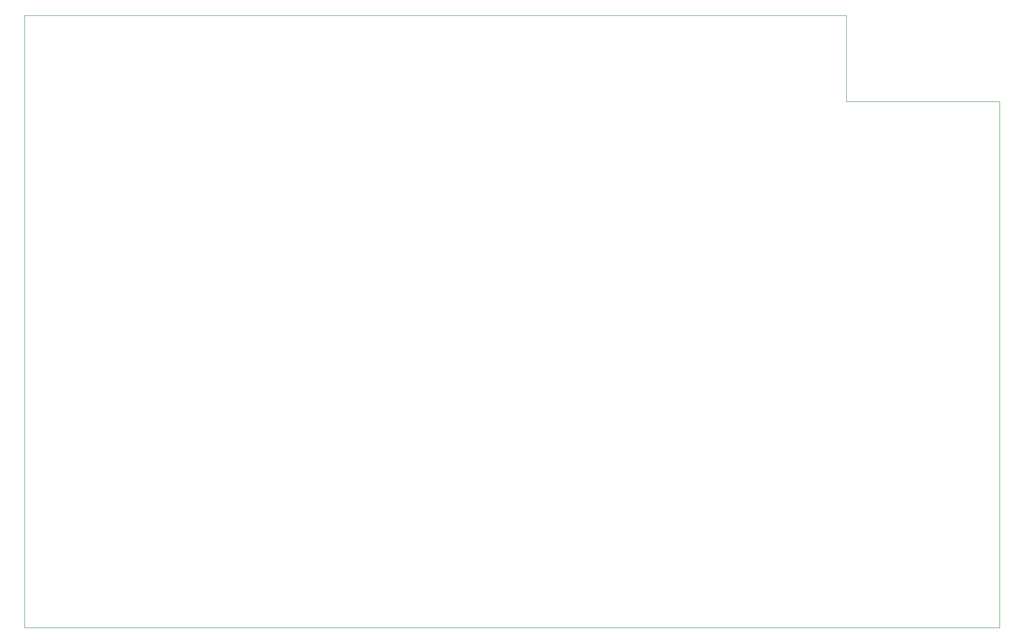
<source format=gbr>
%TF.GenerationSoftware,KiCad,Pcbnew,8.0.6*%
%TF.CreationDate,2024-11-21T22:47:59-07:00*%
%TF.ProjectId,simple_split_MX,73696d70-6c65-45f7-9370-6c69745f4d58,v1.0.0*%
%TF.SameCoordinates,Original*%
%TF.FileFunction,Profile,NP*%
%FSLAX46Y46*%
G04 Gerber Fmt 4.6, Leading zero omitted, Abs format (unit mm)*
G04 Created by KiCad (PCBNEW 8.0.6) date 2024-11-21 22:47:59*
%MOMM*%
%LPD*%
G01*
G04 APERTURE LIST*
%TA.AperFunction,Profile*%
%ADD10C,0.050000*%
%TD*%
G04 APERTURE END LIST*
D10*
X291644000Y-197500000D02*
X291644000Y-99150000D01*
X109526000Y-83000000D02*
X109526000Y-99150000D01*
X109526000Y-197500000D02*
X291644000Y-197500000D01*
X263000000Y-99150000D02*
X263000000Y-83000000D01*
X109526000Y-99150000D02*
X109526000Y-197500000D01*
X263000000Y-83000000D02*
X109526000Y-83000000D01*
X291644000Y-99150000D02*
X263000000Y-99150000D01*
M02*

</source>
